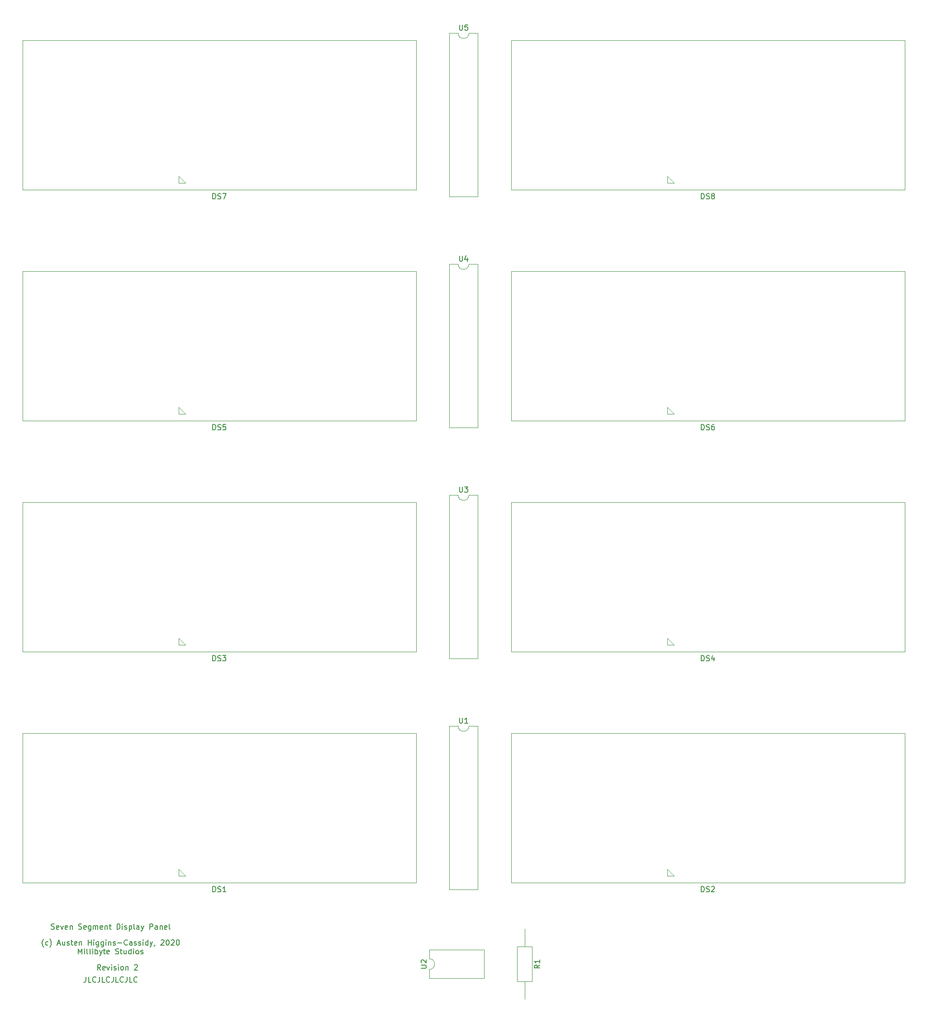
<source format=gbr>
%TF.GenerationSoftware,KiCad,Pcbnew,(5.1.8)-1*%
%TF.CreationDate,2020-12-22T12:57:45-05:00*%
%TF.ProjectId,SSD_Panel,5353445f-5061-46e6-956c-2e6b69636164,rev?*%
%TF.SameCoordinates,Original*%
%TF.FileFunction,Legend,Top*%
%TF.FilePolarity,Positive*%
%FSLAX46Y46*%
G04 Gerber Fmt 4.6, Leading zero omitted, Abs format (unit mm)*
G04 Created by KiCad (PCBNEW (5.1.8)-1) date 2020-12-22 12:57:45*
%MOMM*%
%LPD*%
G01*
G04 APERTURE LIST*
%ADD10C,0.150000*%
%ADD11C,0.120000*%
G04 APERTURE END LIST*
D10*
X33480952Y-194778380D02*
X33480952Y-195492666D01*
X33433333Y-195635523D01*
X33338095Y-195730761D01*
X33195238Y-195778380D01*
X33100000Y-195778380D01*
X34433333Y-195778380D02*
X33957142Y-195778380D01*
X33957142Y-194778380D01*
X35338095Y-195683142D02*
X35290476Y-195730761D01*
X35147619Y-195778380D01*
X35052380Y-195778380D01*
X34909523Y-195730761D01*
X34814285Y-195635523D01*
X34766666Y-195540285D01*
X34719047Y-195349809D01*
X34719047Y-195206952D01*
X34766666Y-195016476D01*
X34814285Y-194921238D01*
X34909523Y-194826000D01*
X35052380Y-194778380D01*
X35147619Y-194778380D01*
X35290476Y-194826000D01*
X35338095Y-194873619D01*
X36052380Y-194778380D02*
X36052380Y-195492666D01*
X36004761Y-195635523D01*
X35909523Y-195730761D01*
X35766666Y-195778380D01*
X35671428Y-195778380D01*
X37004761Y-195778380D02*
X36528571Y-195778380D01*
X36528571Y-194778380D01*
X37909523Y-195683142D02*
X37861904Y-195730761D01*
X37719047Y-195778380D01*
X37623809Y-195778380D01*
X37480952Y-195730761D01*
X37385714Y-195635523D01*
X37338095Y-195540285D01*
X37290476Y-195349809D01*
X37290476Y-195206952D01*
X37338095Y-195016476D01*
X37385714Y-194921238D01*
X37480952Y-194826000D01*
X37623809Y-194778380D01*
X37719047Y-194778380D01*
X37861904Y-194826000D01*
X37909523Y-194873619D01*
X38623809Y-194778380D02*
X38623809Y-195492666D01*
X38576190Y-195635523D01*
X38480952Y-195730761D01*
X38338095Y-195778380D01*
X38242857Y-195778380D01*
X39576190Y-195778380D02*
X39100000Y-195778380D01*
X39100000Y-194778380D01*
X40480952Y-195683142D02*
X40433333Y-195730761D01*
X40290476Y-195778380D01*
X40195238Y-195778380D01*
X40052380Y-195730761D01*
X39957142Y-195635523D01*
X39909523Y-195540285D01*
X39861904Y-195349809D01*
X39861904Y-195206952D01*
X39909523Y-195016476D01*
X39957142Y-194921238D01*
X40052380Y-194826000D01*
X40195238Y-194778380D01*
X40290476Y-194778380D01*
X40433333Y-194826000D01*
X40480952Y-194873619D01*
X41195238Y-194778380D02*
X41195238Y-195492666D01*
X41147619Y-195635523D01*
X41052380Y-195730761D01*
X40909523Y-195778380D01*
X40814285Y-195778380D01*
X42147619Y-195778380D02*
X41671428Y-195778380D01*
X41671428Y-194778380D01*
X43052380Y-195683142D02*
X43004761Y-195730761D01*
X42861904Y-195778380D01*
X42766666Y-195778380D01*
X42623809Y-195730761D01*
X42528571Y-195635523D01*
X42480952Y-195540285D01*
X42433333Y-195349809D01*
X42433333Y-195206952D01*
X42480952Y-195016476D01*
X42528571Y-194921238D01*
X42623809Y-194826000D01*
X42766666Y-194778380D01*
X42861904Y-194778380D01*
X43004761Y-194826000D01*
X43052380Y-194873619D01*
X36227142Y-193492380D02*
X35893809Y-193016190D01*
X35655714Y-193492380D02*
X35655714Y-192492380D01*
X36036666Y-192492380D01*
X36131904Y-192540000D01*
X36179523Y-192587619D01*
X36227142Y-192682857D01*
X36227142Y-192825714D01*
X36179523Y-192920952D01*
X36131904Y-192968571D01*
X36036666Y-193016190D01*
X35655714Y-193016190D01*
X37036666Y-193444761D02*
X36941428Y-193492380D01*
X36750952Y-193492380D01*
X36655714Y-193444761D01*
X36608095Y-193349523D01*
X36608095Y-192968571D01*
X36655714Y-192873333D01*
X36750952Y-192825714D01*
X36941428Y-192825714D01*
X37036666Y-192873333D01*
X37084285Y-192968571D01*
X37084285Y-193063809D01*
X36608095Y-193159047D01*
X37417619Y-192825714D02*
X37655714Y-193492380D01*
X37893809Y-192825714D01*
X38274761Y-193492380D02*
X38274761Y-192825714D01*
X38274761Y-192492380D02*
X38227142Y-192540000D01*
X38274761Y-192587619D01*
X38322380Y-192540000D01*
X38274761Y-192492380D01*
X38274761Y-192587619D01*
X38703333Y-193444761D02*
X38798571Y-193492380D01*
X38989047Y-193492380D01*
X39084285Y-193444761D01*
X39131904Y-193349523D01*
X39131904Y-193301904D01*
X39084285Y-193206666D01*
X38989047Y-193159047D01*
X38846190Y-193159047D01*
X38750952Y-193111428D01*
X38703333Y-193016190D01*
X38703333Y-192968571D01*
X38750952Y-192873333D01*
X38846190Y-192825714D01*
X38989047Y-192825714D01*
X39084285Y-192873333D01*
X39560476Y-193492380D02*
X39560476Y-192825714D01*
X39560476Y-192492380D02*
X39512857Y-192540000D01*
X39560476Y-192587619D01*
X39608095Y-192540000D01*
X39560476Y-192492380D01*
X39560476Y-192587619D01*
X40179523Y-193492380D02*
X40084285Y-193444761D01*
X40036666Y-193397142D01*
X39989047Y-193301904D01*
X39989047Y-193016190D01*
X40036666Y-192920952D01*
X40084285Y-192873333D01*
X40179523Y-192825714D01*
X40322380Y-192825714D01*
X40417619Y-192873333D01*
X40465238Y-192920952D01*
X40512857Y-193016190D01*
X40512857Y-193301904D01*
X40465238Y-193397142D01*
X40417619Y-193444761D01*
X40322380Y-193492380D01*
X40179523Y-193492380D01*
X40941428Y-192825714D02*
X40941428Y-193492380D01*
X40941428Y-192920952D02*
X40989047Y-192873333D01*
X41084285Y-192825714D01*
X41227142Y-192825714D01*
X41322380Y-192873333D01*
X41370000Y-192968571D01*
X41370000Y-193492380D01*
X42560476Y-192587619D02*
X42608095Y-192540000D01*
X42703333Y-192492380D01*
X42941428Y-192492380D01*
X43036666Y-192540000D01*
X43084285Y-192587619D01*
X43131904Y-192682857D01*
X43131904Y-192778095D01*
X43084285Y-192920952D01*
X42512857Y-193492380D01*
X43131904Y-193492380D01*
X25576190Y-189238333D02*
X25528571Y-189190714D01*
X25433333Y-189047857D01*
X25385714Y-188952619D01*
X25338095Y-188809761D01*
X25290476Y-188571666D01*
X25290476Y-188381190D01*
X25338095Y-188143095D01*
X25385714Y-188000238D01*
X25433333Y-187905000D01*
X25528571Y-187762142D01*
X25576190Y-187714523D01*
X26385714Y-188809761D02*
X26290476Y-188857380D01*
X26100000Y-188857380D01*
X26004761Y-188809761D01*
X25957142Y-188762142D01*
X25909523Y-188666904D01*
X25909523Y-188381190D01*
X25957142Y-188285952D01*
X26004761Y-188238333D01*
X26100000Y-188190714D01*
X26290476Y-188190714D01*
X26385714Y-188238333D01*
X26719047Y-189238333D02*
X26766666Y-189190714D01*
X26861904Y-189047857D01*
X26909523Y-188952619D01*
X26957142Y-188809761D01*
X27004761Y-188571666D01*
X27004761Y-188381190D01*
X26957142Y-188143095D01*
X26909523Y-188000238D01*
X26861904Y-187905000D01*
X26766666Y-187762142D01*
X26719047Y-187714523D01*
X28195238Y-188571666D02*
X28671428Y-188571666D01*
X28100000Y-188857380D02*
X28433333Y-187857380D01*
X28766666Y-188857380D01*
X29528571Y-188190714D02*
X29528571Y-188857380D01*
X29100000Y-188190714D02*
X29100000Y-188714523D01*
X29147619Y-188809761D01*
X29242857Y-188857380D01*
X29385714Y-188857380D01*
X29480952Y-188809761D01*
X29528571Y-188762142D01*
X29957142Y-188809761D02*
X30052380Y-188857380D01*
X30242857Y-188857380D01*
X30338095Y-188809761D01*
X30385714Y-188714523D01*
X30385714Y-188666904D01*
X30338095Y-188571666D01*
X30242857Y-188524047D01*
X30100000Y-188524047D01*
X30004761Y-188476428D01*
X29957142Y-188381190D01*
X29957142Y-188333571D01*
X30004761Y-188238333D01*
X30100000Y-188190714D01*
X30242857Y-188190714D01*
X30338095Y-188238333D01*
X30671428Y-188190714D02*
X31052380Y-188190714D01*
X30814285Y-187857380D02*
X30814285Y-188714523D01*
X30861904Y-188809761D01*
X30957142Y-188857380D01*
X31052380Y-188857380D01*
X31766666Y-188809761D02*
X31671428Y-188857380D01*
X31480952Y-188857380D01*
X31385714Y-188809761D01*
X31338095Y-188714523D01*
X31338095Y-188333571D01*
X31385714Y-188238333D01*
X31480952Y-188190714D01*
X31671428Y-188190714D01*
X31766666Y-188238333D01*
X31814285Y-188333571D01*
X31814285Y-188428809D01*
X31338095Y-188524047D01*
X32242857Y-188190714D02*
X32242857Y-188857380D01*
X32242857Y-188285952D02*
X32290476Y-188238333D01*
X32385714Y-188190714D01*
X32528571Y-188190714D01*
X32623809Y-188238333D01*
X32671428Y-188333571D01*
X32671428Y-188857380D01*
X33909523Y-188857380D02*
X33909523Y-187857380D01*
X33909523Y-188333571D02*
X34480952Y-188333571D01*
X34480952Y-188857380D02*
X34480952Y-187857380D01*
X34957142Y-188857380D02*
X34957142Y-188190714D01*
X34957142Y-187857380D02*
X34909523Y-187905000D01*
X34957142Y-187952619D01*
X35004761Y-187905000D01*
X34957142Y-187857380D01*
X34957142Y-187952619D01*
X35861904Y-188190714D02*
X35861904Y-189000238D01*
X35814285Y-189095476D01*
X35766666Y-189143095D01*
X35671428Y-189190714D01*
X35528571Y-189190714D01*
X35433333Y-189143095D01*
X35861904Y-188809761D02*
X35766666Y-188857380D01*
X35576190Y-188857380D01*
X35480952Y-188809761D01*
X35433333Y-188762142D01*
X35385714Y-188666904D01*
X35385714Y-188381190D01*
X35433333Y-188285952D01*
X35480952Y-188238333D01*
X35576190Y-188190714D01*
X35766666Y-188190714D01*
X35861904Y-188238333D01*
X36766666Y-188190714D02*
X36766666Y-189000238D01*
X36719047Y-189095476D01*
X36671428Y-189143095D01*
X36576190Y-189190714D01*
X36433333Y-189190714D01*
X36338095Y-189143095D01*
X36766666Y-188809761D02*
X36671428Y-188857380D01*
X36480952Y-188857380D01*
X36385714Y-188809761D01*
X36338095Y-188762142D01*
X36290476Y-188666904D01*
X36290476Y-188381190D01*
X36338095Y-188285952D01*
X36385714Y-188238333D01*
X36480952Y-188190714D01*
X36671428Y-188190714D01*
X36766666Y-188238333D01*
X37242857Y-188857380D02*
X37242857Y-188190714D01*
X37242857Y-187857380D02*
X37195238Y-187905000D01*
X37242857Y-187952619D01*
X37290476Y-187905000D01*
X37242857Y-187857380D01*
X37242857Y-187952619D01*
X37719047Y-188190714D02*
X37719047Y-188857380D01*
X37719047Y-188285952D02*
X37766666Y-188238333D01*
X37861904Y-188190714D01*
X38004761Y-188190714D01*
X38100000Y-188238333D01*
X38147619Y-188333571D01*
X38147619Y-188857380D01*
X38576190Y-188809761D02*
X38671428Y-188857380D01*
X38861904Y-188857380D01*
X38957142Y-188809761D01*
X39004761Y-188714523D01*
X39004761Y-188666904D01*
X38957142Y-188571666D01*
X38861904Y-188524047D01*
X38719047Y-188524047D01*
X38623809Y-188476428D01*
X38576190Y-188381190D01*
X38576190Y-188333571D01*
X38623809Y-188238333D01*
X38719047Y-188190714D01*
X38861904Y-188190714D01*
X38957142Y-188238333D01*
X39433333Y-188476428D02*
X40195238Y-188476428D01*
X41242857Y-188762142D02*
X41195238Y-188809761D01*
X41052380Y-188857380D01*
X40957142Y-188857380D01*
X40814285Y-188809761D01*
X40719047Y-188714523D01*
X40671428Y-188619285D01*
X40623809Y-188428809D01*
X40623809Y-188285952D01*
X40671428Y-188095476D01*
X40719047Y-188000238D01*
X40814285Y-187905000D01*
X40957142Y-187857380D01*
X41052380Y-187857380D01*
X41195238Y-187905000D01*
X41242857Y-187952619D01*
X42100000Y-188857380D02*
X42100000Y-188333571D01*
X42052380Y-188238333D01*
X41957142Y-188190714D01*
X41766666Y-188190714D01*
X41671428Y-188238333D01*
X42100000Y-188809761D02*
X42004761Y-188857380D01*
X41766666Y-188857380D01*
X41671428Y-188809761D01*
X41623809Y-188714523D01*
X41623809Y-188619285D01*
X41671428Y-188524047D01*
X41766666Y-188476428D01*
X42004761Y-188476428D01*
X42100000Y-188428809D01*
X42528571Y-188809761D02*
X42623809Y-188857380D01*
X42814285Y-188857380D01*
X42909523Y-188809761D01*
X42957142Y-188714523D01*
X42957142Y-188666904D01*
X42909523Y-188571666D01*
X42814285Y-188524047D01*
X42671428Y-188524047D01*
X42576190Y-188476428D01*
X42528571Y-188381190D01*
X42528571Y-188333571D01*
X42576190Y-188238333D01*
X42671428Y-188190714D01*
X42814285Y-188190714D01*
X42909523Y-188238333D01*
X43338095Y-188809761D02*
X43433333Y-188857380D01*
X43623809Y-188857380D01*
X43719047Y-188809761D01*
X43766666Y-188714523D01*
X43766666Y-188666904D01*
X43719047Y-188571666D01*
X43623809Y-188524047D01*
X43480952Y-188524047D01*
X43385714Y-188476428D01*
X43338095Y-188381190D01*
X43338095Y-188333571D01*
X43385714Y-188238333D01*
X43480952Y-188190714D01*
X43623809Y-188190714D01*
X43719047Y-188238333D01*
X44195238Y-188857380D02*
X44195238Y-188190714D01*
X44195238Y-187857380D02*
X44147619Y-187905000D01*
X44195238Y-187952619D01*
X44242857Y-187905000D01*
X44195238Y-187857380D01*
X44195238Y-187952619D01*
X45100000Y-188857380D02*
X45100000Y-187857380D01*
X45100000Y-188809761D02*
X45004761Y-188857380D01*
X44814285Y-188857380D01*
X44719047Y-188809761D01*
X44671428Y-188762142D01*
X44623809Y-188666904D01*
X44623809Y-188381190D01*
X44671428Y-188285952D01*
X44719047Y-188238333D01*
X44814285Y-188190714D01*
X45004761Y-188190714D01*
X45100000Y-188238333D01*
X45480952Y-188190714D02*
X45719047Y-188857380D01*
X45957142Y-188190714D02*
X45719047Y-188857380D01*
X45623809Y-189095476D01*
X45576190Y-189143095D01*
X45480952Y-189190714D01*
X46385714Y-188809761D02*
X46385714Y-188857380D01*
X46338095Y-188952619D01*
X46290476Y-189000238D01*
X47528571Y-187952619D02*
X47576190Y-187905000D01*
X47671428Y-187857380D01*
X47909523Y-187857380D01*
X48004761Y-187905000D01*
X48052380Y-187952619D01*
X48100000Y-188047857D01*
X48100000Y-188143095D01*
X48052380Y-188285952D01*
X47480952Y-188857380D01*
X48100000Y-188857380D01*
X48719047Y-187857380D02*
X48814285Y-187857380D01*
X48909523Y-187905000D01*
X48957142Y-187952619D01*
X49004761Y-188047857D01*
X49052380Y-188238333D01*
X49052380Y-188476428D01*
X49004761Y-188666904D01*
X48957142Y-188762142D01*
X48909523Y-188809761D01*
X48814285Y-188857380D01*
X48719047Y-188857380D01*
X48623809Y-188809761D01*
X48576190Y-188762142D01*
X48528571Y-188666904D01*
X48480952Y-188476428D01*
X48480952Y-188238333D01*
X48528571Y-188047857D01*
X48576190Y-187952619D01*
X48623809Y-187905000D01*
X48719047Y-187857380D01*
X49433333Y-187952619D02*
X49480952Y-187905000D01*
X49576190Y-187857380D01*
X49814285Y-187857380D01*
X49909523Y-187905000D01*
X49957142Y-187952619D01*
X50004761Y-188047857D01*
X50004761Y-188143095D01*
X49957142Y-188285952D01*
X49385714Y-188857380D01*
X50004761Y-188857380D01*
X50623809Y-187857380D02*
X50719047Y-187857380D01*
X50814285Y-187905000D01*
X50861904Y-187952619D01*
X50909523Y-188047857D01*
X50957142Y-188238333D01*
X50957142Y-188476428D01*
X50909523Y-188666904D01*
X50861904Y-188762142D01*
X50814285Y-188809761D01*
X50719047Y-188857380D01*
X50623809Y-188857380D01*
X50528571Y-188809761D01*
X50480952Y-188762142D01*
X50433333Y-188666904D01*
X50385714Y-188476428D01*
X50385714Y-188238333D01*
X50433333Y-188047857D01*
X50480952Y-187952619D01*
X50528571Y-187905000D01*
X50623809Y-187857380D01*
X32076190Y-190507380D02*
X32076190Y-189507380D01*
X32409523Y-190221666D01*
X32742857Y-189507380D01*
X32742857Y-190507380D01*
X33219047Y-190507380D02*
X33219047Y-189840714D01*
X33219047Y-189507380D02*
X33171428Y-189555000D01*
X33219047Y-189602619D01*
X33266666Y-189555000D01*
X33219047Y-189507380D01*
X33219047Y-189602619D01*
X33838095Y-190507380D02*
X33742857Y-190459761D01*
X33695238Y-190364523D01*
X33695238Y-189507380D01*
X34361904Y-190507380D02*
X34266666Y-190459761D01*
X34219047Y-190364523D01*
X34219047Y-189507380D01*
X34742857Y-190507380D02*
X34742857Y-189840714D01*
X34742857Y-189507380D02*
X34695238Y-189555000D01*
X34742857Y-189602619D01*
X34790476Y-189555000D01*
X34742857Y-189507380D01*
X34742857Y-189602619D01*
X35219047Y-190507380D02*
X35219047Y-189507380D01*
X35219047Y-189888333D02*
X35314285Y-189840714D01*
X35504761Y-189840714D01*
X35600000Y-189888333D01*
X35647619Y-189935952D01*
X35695238Y-190031190D01*
X35695238Y-190316904D01*
X35647619Y-190412142D01*
X35600000Y-190459761D01*
X35504761Y-190507380D01*
X35314285Y-190507380D01*
X35219047Y-190459761D01*
X36028571Y-189840714D02*
X36266666Y-190507380D01*
X36504761Y-189840714D02*
X36266666Y-190507380D01*
X36171428Y-190745476D01*
X36123809Y-190793095D01*
X36028571Y-190840714D01*
X36742857Y-189840714D02*
X37123809Y-189840714D01*
X36885714Y-189507380D02*
X36885714Y-190364523D01*
X36933333Y-190459761D01*
X37028571Y-190507380D01*
X37123809Y-190507380D01*
X37838095Y-190459761D02*
X37742857Y-190507380D01*
X37552380Y-190507380D01*
X37457142Y-190459761D01*
X37409523Y-190364523D01*
X37409523Y-189983571D01*
X37457142Y-189888333D01*
X37552380Y-189840714D01*
X37742857Y-189840714D01*
X37838095Y-189888333D01*
X37885714Y-189983571D01*
X37885714Y-190078809D01*
X37409523Y-190174047D01*
X39028571Y-190459761D02*
X39171428Y-190507380D01*
X39409523Y-190507380D01*
X39504761Y-190459761D01*
X39552380Y-190412142D01*
X39600000Y-190316904D01*
X39600000Y-190221666D01*
X39552380Y-190126428D01*
X39504761Y-190078809D01*
X39409523Y-190031190D01*
X39219047Y-189983571D01*
X39123809Y-189935952D01*
X39076190Y-189888333D01*
X39028571Y-189793095D01*
X39028571Y-189697857D01*
X39076190Y-189602619D01*
X39123809Y-189555000D01*
X39219047Y-189507380D01*
X39457142Y-189507380D01*
X39600000Y-189555000D01*
X39885714Y-189840714D02*
X40266666Y-189840714D01*
X40028571Y-189507380D02*
X40028571Y-190364523D01*
X40076190Y-190459761D01*
X40171428Y-190507380D01*
X40266666Y-190507380D01*
X41028571Y-189840714D02*
X41028571Y-190507380D01*
X40600000Y-189840714D02*
X40600000Y-190364523D01*
X40647619Y-190459761D01*
X40742857Y-190507380D01*
X40885714Y-190507380D01*
X40980952Y-190459761D01*
X41028571Y-190412142D01*
X41933333Y-190507380D02*
X41933333Y-189507380D01*
X41933333Y-190459761D02*
X41838095Y-190507380D01*
X41647619Y-190507380D01*
X41552380Y-190459761D01*
X41504761Y-190412142D01*
X41457142Y-190316904D01*
X41457142Y-190031190D01*
X41504761Y-189935952D01*
X41552380Y-189888333D01*
X41647619Y-189840714D01*
X41838095Y-189840714D01*
X41933333Y-189888333D01*
X42409523Y-190507380D02*
X42409523Y-189840714D01*
X42409523Y-189507380D02*
X42361904Y-189555000D01*
X42409523Y-189602619D01*
X42457142Y-189555000D01*
X42409523Y-189507380D01*
X42409523Y-189602619D01*
X43028571Y-190507380D02*
X42933333Y-190459761D01*
X42885714Y-190412142D01*
X42838095Y-190316904D01*
X42838095Y-190031190D01*
X42885714Y-189935952D01*
X42933333Y-189888333D01*
X43028571Y-189840714D01*
X43171428Y-189840714D01*
X43266666Y-189888333D01*
X43314285Y-189935952D01*
X43361904Y-190031190D01*
X43361904Y-190316904D01*
X43314285Y-190412142D01*
X43266666Y-190459761D01*
X43171428Y-190507380D01*
X43028571Y-190507380D01*
X43742857Y-190459761D02*
X43838095Y-190507380D01*
X44028571Y-190507380D01*
X44123809Y-190459761D01*
X44171428Y-190364523D01*
X44171428Y-190316904D01*
X44123809Y-190221666D01*
X44028571Y-190174047D01*
X43885714Y-190174047D01*
X43790476Y-190126428D01*
X43742857Y-190031190D01*
X43742857Y-189983571D01*
X43790476Y-189888333D01*
X43885714Y-189840714D01*
X44028571Y-189840714D01*
X44123809Y-189888333D01*
X27004761Y-185824761D02*
X27147619Y-185872380D01*
X27385714Y-185872380D01*
X27480952Y-185824761D01*
X27528571Y-185777142D01*
X27576190Y-185681904D01*
X27576190Y-185586666D01*
X27528571Y-185491428D01*
X27480952Y-185443809D01*
X27385714Y-185396190D01*
X27195238Y-185348571D01*
X27099999Y-185300952D01*
X27052380Y-185253333D01*
X27004761Y-185158095D01*
X27004761Y-185062857D01*
X27052380Y-184967619D01*
X27099999Y-184920000D01*
X27195238Y-184872380D01*
X27433333Y-184872380D01*
X27576190Y-184920000D01*
X28385714Y-185824761D02*
X28290476Y-185872380D01*
X28099999Y-185872380D01*
X28004761Y-185824761D01*
X27957142Y-185729523D01*
X27957142Y-185348571D01*
X28004761Y-185253333D01*
X28099999Y-185205714D01*
X28290476Y-185205714D01*
X28385714Y-185253333D01*
X28433333Y-185348571D01*
X28433333Y-185443809D01*
X27957142Y-185539047D01*
X28766666Y-185205714D02*
X29004761Y-185872380D01*
X29242857Y-185205714D01*
X30004761Y-185824761D02*
X29909523Y-185872380D01*
X29719047Y-185872380D01*
X29623809Y-185824761D01*
X29576190Y-185729523D01*
X29576190Y-185348571D01*
X29623809Y-185253333D01*
X29719047Y-185205714D01*
X29909523Y-185205714D01*
X30004761Y-185253333D01*
X30052380Y-185348571D01*
X30052380Y-185443809D01*
X29576190Y-185539047D01*
X30480952Y-185205714D02*
X30480952Y-185872380D01*
X30480952Y-185300952D02*
X30528571Y-185253333D01*
X30623809Y-185205714D01*
X30766666Y-185205714D01*
X30861904Y-185253333D01*
X30909523Y-185348571D01*
X30909523Y-185872380D01*
X32099999Y-185824761D02*
X32242857Y-185872380D01*
X32480952Y-185872380D01*
X32576190Y-185824761D01*
X32623809Y-185777142D01*
X32671428Y-185681904D01*
X32671428Y-185586666D01*
X32623809Y-185491428D01*
X32576190Y-185443809D01*
X32480952Y-185396190D01*
X32290476Y-185348571D01*
X32195238Y-185300952D01*
X32147619Y-185253333D01*
X32099999Y-185158095D01*
X32099999Y-185062857D01*
X32147619Y-184967619D01*
X32195238Y-184920000D01*
X32290476Y-184872380D01*
X32528571Y-184872380D01*
X32671428Y-184920000D01*
X33480952Y-185824761D02*
X33385714Y-185872380D01*
X33195238Y-185872380D01*
X33099999Y-185824761D01*
X33052380Y-185729523D01*
X33052380Y-185348571D01*
X33099999Y-185253333D01*
X33195238Y-185205714D01*
X33385714Y-185205714D01*
X33480952Y-185253333D01*
X33528571Y-185348571D01*
X33528571Y-185443809D01*
X33052380Y-185539047D01*
X34385714Y-185205714D02*
X34385714Y-186015238D01*
X34338095Y-186110476D01*
X34290476Y-186158095D01*
X34195238Y-186205714D01*
X34052380Y-186205714D01*
X33957142Y-186158095D01*
X34385714Y-185824761D02*
X34290476Y-185872380D01*
X34099999Y-185872380D01*
X34004761Y-185824761D01*
X33957142Y-185777142D01*
X33909523Y-185681904D01*
X33909523Y-185396190D01*
X33957142Y-185300952D01*
X34004761Y-185253333D01*
X34099999Y-185205714D01*
X34290476Y-185205714D01*
X34385714Y-185253333D01*
X34861904Y-185872380D02*
X34861904Y-185205714D01*
X34861904Y-185300952D02*
X34909523Y-185253333D01*
X35004761Y-185205714D01*
X35147619Y-185205714D01*
X35242857Y-185253333D01*
X35290476Y-185348571D01*
X35290476Y-185872380D01*
X35290476Y-185348571D02*
X35338095Y-185253333D01*
X35433333Y-185205714D01*
X35576190Y-185205714D01*
X35671428Y-185253333D01*
X35719047Y-185348571D01*
X35719047Y-185872380D01*
X36576190Y-185824761D02*
X36480952Y-185872380D01*
X36290476Y-185872380D01*
X36195238Y-185824761D01*
X36147619Y-185729523D01*
X36147619Y-185348571D01*
X36195238Y-185253333D01*
X36290476Y-185205714D01*
X36480952Y-185205714D01*
X36576190Y-185253333D01*
X36623809Y-185348571D01*
X36623809Y-185443809D01*
X36147619Y-185539047D01*
X37052380Y-185205714D02*
X37052380Y-185872380D01*
X37052380Y-185300952D02*
X37099999Y-185253333D01*
X37195238Y-185205714D01*
X37338095Y-185205714D01*
X37433333Y-185253333D01*
X37480952Y-185348571D01*
X37480952Y-185872380D01*
X37814285Y-185205714D02*
X38195238Y-185205714D01*
X37957142Y-184872380D02*
X37957142Y-185729523D01*
X38004761Y-185824761D01*
X38099999Y-185872380D01*
X38195238Y-185872380D01*
X39290476Y-185872380D02*
X39290476Y-184872380D01*
X39528571Y-184872380D01*
X39671428Y-184920000D01*
X39766666Y-185015238D01*
X39814285Y-185110476D01*
X39861904Y-185300952D01*
X39861904Y-185443809D01*
X39814285Y-185634285D01*
X39766666Y-185729523D01*
X39671428Y-185824761D01*
X39528571Y-185872380D01*
X39290476Y-185872380D01*
X40290476Y-185872380D02*
X40290476Y-185205714D01*
X40290476Y-184872380D02*
X40242857Y-184920000D01*
X40290476Y-184967619D01*
X40338095Y-184920000D01*
X40290476Y-184872380D01*
X40290476Y-184967619D01*
X40719047Y-185824761D02*
X40814285Y-185872380D01*
X41004761Y-185872380D01*
X41099999Y-185824761D01*
X41147619Y-185729523D01*
X41147619Y-185681904D01*
X41099999Y-185586666D01*
X41004761Y-185539047D01*
X40861904Y-185539047D01*
X40766666Y-185491428D01*
X40719047Y-185396190D01*
X40719047Y-185348571D01*
X40766666Y-185253333D01*
X40861904Y-185205714D01*
X41004761Y-185205714D01*
X41099999Y-185253333D01*
X41576190Y-185205714D02*
X41576190Y-186205714D01*
X41576190Y-185253333D02*
X41671428Y-185205714D01*
X41861904Y-185205714D01*
X41957142Y-185253333D01*
X42004761Y-185300952D01*
X42052380Y-185396190D01*
X42052380Y-185681904D01*
X42004761Y-185777142D01*
X41957142Y-185824761D01*
X41861904Y-185872380D01*
X41671428Y-185872380D01*
X41576190Y-185824761D01*
X42623809Y-185872380D02*
X42528571Y-185824761D01*
X42480952Y-185729523D01*
X42480952Y-184872380D01*
X43433333Y-185872380D02*
X43433333Y-185348571D01*
X43385714Y-185253333D01*
X43290476Y-185205714D01*
X43099999Y-185205714D01*
X43004761Y-185253333D01*
X43433333Y-185824761D02*
X43338095Y-185872380D01*
X43099999Y-185872380D01*
X43004761Y-185824761D01*
X42957142Y-185729523D01*
X42957142Y-185634285D01*
X43004761Y-185539047D01*
X43099999Y-185491428D01*
X43338095Y-185491428D01*
X43433333Y-185443809D01*
X43814285Y-185205714D02*
X44052380Y-185872380D01*
X44290476Y-185205714D02*
X44052380Y-185872380D01*
X43957142Y-186110476D01*
X43909523Y-186158095D01*
X43814285Y-186205714D01*
X45433333Y-185872380D02*
X45433333Y-184872380D01*
X45814285Y-184872380D01*
X45909523Y-184920000D01*
X45957142Y-184967619D01*
X46004761Y-185062857D01*
X46004761Y-185205714D01*
X45957142Y-185300952D01*
X45909523Y-185348571D01*
X45814285Y-185396190D01*
X45433333Y-185396190D01*
X46861904Y-185872380D02*
X46861904Y-185348571D01*
X46814285Y-185253333D01*
X46719047Y-185205714D01*
X46528571Y-185205714D01*
X46433333Y-185253333D01*
X46861904Y-185824761D02*
X46766666Y-185872380D01*
X46528571Y-185872380D01*
X46433333Y-185824761D01*
X46385714Y-185729523D01*
X46385714Y-185634285D01*
X46433333Y-185539047D01*
X46528571Y-185491428D01*
X46766666Y-185491428D01*
X46861904Y-185443809D01*
X47338095Y-185205714D02*
X47338095Y-185872380D01*
X47338095Y-185300952D02*
X47385714Y-185253333D01*
X47480952Y-185205714D01*
X47623809Y-185205714D01*
X47719047Y-185253333D01*
X47766666Y-185348571D01*
X47766666Y-185872380D01*
X48623809Y-185824761D02*
X48528571Y-185872380D01*
X48338095Y-185872380D01*
X48242857Y-185824761D01*
X48195238Y-185729523D01*
X48195238Y-185348571D01*
X48242857Y-185253333D01*
X48338095Y-185205714D01*
X48528571Y-185205714D01*
X48623809Y-185253333D01*
X48671428Y-185348571D01*
X48671428Y-185443809D01*
X48195238Y-185539047D01*
X49242857Y-185872380D02*
X49147619Y-185824761D01*
X49099999Y-185729523D01*
X49099999Y-184872380D01*
D11*
%TO.C,U2*%
X97730000Y-191405000D02*
G75*
G02*
X97730000Y-193405000I0J-1000000D01*
G01*
X97730000Y-193405000D02*
X97730000Y-195055000D01*
X97730000Y-195055000D02*
X108010000Y-195055000D01*
X108010000Y-195055000D02*
X108010000Y-189755000D01*
X108010000Y-189755000D02*
X97730000Y-189755000D01*
X97730000Y-189755000D02*
X97730000Y-191405000D01*
%TO.C,DS1*%
X52070000Y-175895000D02*
X50800000Y-174625000D01*
X50800000Y-175895000D02*
X52070000Y-175895000D01*
X50800000Y-174625000D02*
X50800000Y-175895000D01*
X21590000Y-149225000D02*
X21590000Y-177165000D01*
X21590000Y-149225000D02*
X95250000Y-149225000D01*
X95250000Y-149225000D02*
X95250000Y-177165000D01*
X95250000Y-177165000D02*
X21590000Y-177165000D01*
%TO.C,U1*%
X103140000Y-147895000D02*
X101490000Y-147895000D01*
X101490000Y-147895000D02*
X101490000Y-178495000D01*
X101490000Y-178495000D02*
X106790000Y-178495000D01*
X106790000Y-178495000D02*
X106790000Y-147895000D01*
X106790000Y-147895000D02*
X105140000Y-147895000D01*
X105140000Y-147895000D02*
G75*
G02*
X103140000Y-147895000I-1000000J0D01*
G01*
%TO.C,DS2*%
X143510000Y-175895000D02*
X142240000Y-174625000D01*
X142240000Y-175895000D02*
X143510000Y-175895000D01*
X142240000Y-174625000D02*
X142240000Y-175895000D01*
X113030000Y-149225000D02*
X113030000Y-177165000D01*
X113030000Y-149225000D02*
X186690000Y-149225000D01*
X186690000Y-149225000D02*
X186690000Y-177165000D01*
X186690000Y-177165000D02*
X113030000Y-177165000D01*
%TO.C,DS7*%
X52070000Y-46355000D02*
X50800000Y-45085000D01*
X50800000Y-46355000D02*
X52070000Y-46355000D01*
X50800000Y-45085000D02*
X50800000Y-46355000D01*
X21590000Y-19685000D02*
X21590000Y-47625000D01*
X21590000Y-19685000D02*
X95250000Y-19685000D01*
X95250000Y-19685000D02*
X95250000Y-47625000D01*
X95250000Y-47625000D02*
X21590000Y-47625000D01*
%TO.C,U5*%
X103140000Y-18355000D02*
X101490000Y-18355000D01*
X101490000Y-18355000D02*
X101490000Y-48955000D01*
X101490000Y-48955000D02*
X106790000Y-48955000D01*
X106790000Y-48955000D02*
X106790000Y-18355000D01*
X106790000Y-18355000D02*
X105140000Y-18355000D01*
X105140000Y-18355000D02*
G75*
G02*
X103140000Y-18355000I-1000000J0D01*
G01*
%TO.C,DS8*%
X143510000Y-46355000D02*
X142240000Y-45085000D01*
X142240000Y-46355000D02*
X143510000Y-46355000D01*
X142240000Y-45085000D02*
X142240000Y-46355000D01*
X113030000Y-19685000D02*
X113030000Y-47625000D01*
X113030000Y-19685000D02*
X186690000Y-19685000D01*
X186690000Y-19685000D02*
X186690000Y-47625000D01*
X186690000Y-47625000D02*
X113030000Y-47625000D01*
%TO.C,DS5*%
X52070000Y-89535000D02*
X50800000Y-88265000D01*
X50800000Y-89535000D02*
X52070000Y-89535000D01*
X50800000Y-88265000D02*
X50800000Y-89535000D01*
X21590000Y-62865000D02*
X21590000Y-90805000D01*
X21590000Y-62865000D02*
X95250000Y-62865000D01*
X95250000Y-62865000D02*
X95250000Y-90805000D01*
X95250000Y-90805000D02*
X21590000Y-90805000D01*
%TO.C,U4*%
X103140000Y-61535000D02*
X101490000Y-61535000D01*
X101490000Y-61535000D02*
X101490000Y-92135000D01*
X101490000Y-92135000D02*
X106790000Y-92135000D01*
X106790000Y-92135000D02*
X106790000Y-61535000D01*
X106790000Y-61535000D02*
X105140000Y-61535000D01*
X105140000Y-61535000D02*
G75*
G02*
X103140000Y-61535000I-1000000J0D01*
G01*
%TO.C,DS6*%
X143510000Y-89535000D02*
X142240000Y-88265000D01*
X142240000Y-89535000D02*
X143510000Y-89535000D01*
X142240000Y-88265000D02*
X142240000Y-89535000D01*
X113030000Y-62865000D02*
X113030000Y-90805000D01*
X113030000Y-62865000D02*
X186690000Y-62865000D01*
X186690000Y-62865000D02*
X186690000Y-90805000D01*
X186690000Y-90805000D02*
X113030000Y-90805000D01*
%TO.C,DS3*%
X52070000Y-132715000D02*
X50800000Y-131445000D01*
X50800000Y-132715000D02*
X52070000Y-132715000D01*
X50800000Y-131445000D02*
X50800000Y-132715000D01*
X21590000Y-106045000D02*
X21590000Y-133985000D01*
X21590000Y-106045000D02*
X95250000Y-106045000D01*
X95250000Y-106045000D02*
X95250000Y-133985000D01*
X95250000Y-133985000D02*
X21590000Y-133985000D01*
%TO.C,U3*%
X103140000Y-104715000D02*
X101490000Y-104715000D01*
X101490000Y-104715000D02*
X101490000Y-135315000D01*
X101490000Y-135315000D02*
X106790000Y-135315000D01*
X106790000Y-135315000D02*
X106790000Y-104715000D01*
X106790000Y-104715000D02*
X105140000Y-104715000D01*
X105140000Y-104715000D02*
G75*
G02*
X103140000Y-104715000I-1000000J0D01*
G01*
%TO.C,DS4*%
X143510000Y-132715000D02*
X142240000Y-131445000D01*
X142240000Y-132715000D02*
X143510000Y-132715000D01*
X142240000Y-131445000D02*
X142240000Y-132715000D01*
X113030000Y-106045000D02*
X113030000Y-133985000D01*
X113030000Y-106045000D02*
X186690000Y-106045000D01*
X186690000Y-106045000D02*
X186690000Y-133985000D01*
X186690000Y-133985000D02*
X113030000Y-133985000D01*
%TO.C,R1*%
X116940000Y-189135000D02*
X114200000Y-189135000D01*
X114200000Y-189135000D02*
X114200000Y-195675000D01*
X114200000Y-195675000D02*
X116940000Y-195675000D01*
X116940000Y-195675000D02*
X116940000Y-189135000D01*
X115570000Y-185825000D02*
X115570000Y-189135000D01*
X115570000Y-198985000D02*
X115570000Y-195675000D01*
%TO.C,U2*%
D10*
X96182380Y-193166904D02*
X96991904Y-193166904D01*
X97087142Y-193119285D01*
X97134761Y-193071666D01*
X97182380Y-192976428D01*
X97182380Y-192785952D01*
X97134761Y-192690714D01*
X97087142Y-192643095D01*
X96991904Y-192595476D01*
X96182380Y-192595476D01*
X96277619Y-192166904D02*
X96230000Y-192119285D01*
X96182380Y-192024047D01*
X96182380Y-191785952D01*
X96230000Y-191690714D01*
X96277619Y-191643095D01*
X96372857Y-191595476D01*
X96468095Y-191595476D01*
X96610952Y-191643095D01*
X97182380Y-192214523D01*
X97182380Y-191595476D01*
%TO.C,DS1*%
X57205714Y-178887380D02*
X57205714Y-177887380D01*
X57443809Y-177887380D01*
X57586666Y-177935000D01*
X57681904Y-178030238D01*
X57729523Y-178125476D01*
X57777142Y-178315952D01*
X57777142Y-178458809D01*
X57729523Y-178649285D01*
X57681904Y-178744523D01*
X57586666Y-178839761D01*
X57443809Y-178887380D01*
X57205714Y-178887380D01*
X58158095Y-178839761D02*
X58300952Y-178887380D01*
X58539047Y-178887380D01*
X58634285Y-178839761D01*
X58681904Y-178792142D01*
X58729523Y-178696904D01*
X58729523Y-178601666D01*
X58681904Y-178506428D01*
X58634285Y-178458809D01*
X58539047Y-178411190D01*
X58348571Y-178363571D01*
X58253333Y-178315952D01*
X58205714Y-178268333D01*
X58158095Y-178173095D01*
X58158095Y-178077857D01*
X58205714Y-177982619D01*
X58253333Y-177935000D01*
X58348571Y-177887380D01*
X58586666Y-177887380D01*
X58729523Y-177935000D01*
X59681904Y-178887380D02*
X59110476Y-178887380D01*
X59396190Y-178887380D02*
X59396190Y-177887380D01*
X59300952Y-178030238D01*
X59205714Y-178125476D01*
X59110476Y-178173095D01*
%TO.C,U1*%
X103378095Y-146347380D02*
X103378095Y-147156904D01*
X103425714Y-147252142D01*
X103473333Y-147299761D01*
X103568571Y-147347380D01*
X103759047Y-147347380D01*
X103854285Y-147299761D01*
X103901904Y-147252142D01*
X103949523Y-147156904D01*
X103949523Y-146347380D01*
X104949523Y-147347380D02*
X104378095Y-147347380D01*
X104663809Y-147347380D02*
X104663809Y-146347380D01*
X104568571Y-146490238D01*
X104473333Y-146585476D01*
X104378095Y-146633095D01*
%TO.C,DS2*%
X148645714Y-178887380D02*
X148645714Y-177887380D01*
X148883809Y-177887380D01*
X149026666Y-177935000D01*
X149121904Y-178030238D01*
X149169523Y-178125476D01*
X149217142Y-178315952D01*
X149217142Y-178458809D01*
X149169523Y-178649285D01*
X149121904Y-178744523D01*
X149026666Y-178839761D01*
X148883809Y-178887380D01*
X148645714Y-178887380D01*
X149598095Y-178839761D02*
X149740952Y-178887380D01*
X149979047Y-178887380D01*
X150074285Y-178839761D01*
X150121904Y-178792142D01*
X150169523Y-178696904D01*
X150169523Y-178601666D01*
X150121904Y-178506428D01*
X150074285Y-178458809D01*
X149979047Y-178411190D01*
X149788571Y-178363571D01*
X149693333Y-178315952D01*
X149645714Y-178268333D01*
X149598095Y-178173095D01*
X149598095Y-178077857D01*
X149645714Y-177982619D01*
X149693333Y-177935000D01*
X149788571Y-177887380D01*
X150026666Y-177887380D01*
X150169523Y-177935000D01*
X150550476Y-177982619D02*
X150598095Y-177935000D01*
X150693333Y-177887380D01*
X150931428Y-177887380D01*
X151026666Y-177935000D01*
X151074285Y-177982619D01*
X151121904Y-178077857D01*
X151121904Y-178173095D01*
X151074285Y-178315952D01*
X150502857Y-178887380D01*
X151121904Y-178887380D01*
%TO.C,DS7*%
X57205714Y-49347380D02*
X57205714Y-48347380D01*
X57443809Y-48347380D01*
X57586666Y-48395000D01*
X57681904Y-48490238D01*
X57729523Y-48585476D01*
X57777142Y-48775952D01*
X57777142Y-48918809D01*
X57729523Y-49109285D01*
X57681904Y-49204523D01*
X57586666Y-49299761D01*
X57443809Y-49347380D01*
X57205714Y-49347380D01*
X58158095Y-49299761D02*
X58300952Y-49347380D01*
X58539047Y-49347380D01*
X58634285Y-49299761D01*
X58681904Y-49252142D01*
X58729523Y-49156904D01*
X58729523Y-49061666D01*
X58681904Y-48966428D01*
X58634285Y-48918809D01*
X58539047Y-48871190D01*
X58348571Y-48823571D01*
X58253333Y-48775952D01*
X58205714Y-48728333D01*
X58158095Y-48633095D01*
X58158095Y-48537857D01*
X58205714Y-48442619D01*
X58253333Y-48395000D01*
X58348571Y-48347380D01*
X58586666Y-48347380D01*
X58729523Y-48395000D01*
X59062857Y-48347380D02*
X59729523Y-48347380D01*
X59300952Y-49347380D01*
%TO.C,U5*%
X103378095Y-16807380D02*
X103378095Y-17616904D01*
X103425714Y-17712142D01*
X103473333Y-17759761D01*
X103568571Y-17807380D01*
X103759047Y-17807380D01*
X103854285Y-17759761D01*
X103901904Y-17712142D01*
X103949523Y-17616904D01*
X103949523Y-16807380D01*
X104901904Y-16807380D02*
X104425714Y-16807380D01*
X104378095Y-17283571D01*
X104425714Y-17235952D01*
X104520952Y-17188333D01*
X104759047Y-17188333D01*
X104854285Y-17235952D01*
X104901904Y-17283571D01*
X104949523Y-17378809D01*
X104949523Y-17616904D01*
X104901904Y-17712142D01*
X104854285Y-17759761D01*
X104759047Y-17807380D01*
X104520952Y-17807380D01*
X104425714Y-17759761D01*
X104378095Y-17712142D01*
%TO.C,DS8*%
X148645714Y-49347380D02*
X148645714Y-48347380D01*
X148883809Y-48347380D01*
X149026666Y-48395000D01*
X149121904Y-48490238D01*
X149169523Y-48585476D01*
X149217142Y-48775952D01*
X149217142Y-48918809D01*
X149169523Y-49109285D01*
X149121904Y-49204523D01*
X149026666Y-49299761D01*
X148883809Y-49347380D01*
X148645714Y-49347380D01*
X149598095Y-49299761D02*
X149740952Y-49347380D01*
X149979047Y-49347380D01*
X150074285Y-49299761D01*
X150121904Y-49252142D01*
X150169523Y-49156904D01*
X150169523Y-49061666D01*
X150121904Y-48966428D01*
X150074285Y-48918809D01*
X149979047Y-48871190D01*
X149788571Y-48823571D01*
X149693333Y-48775952D01*
X149645714Y-48728333D01*
X149598095Y-48633095D01*
X149598095Y-48537857D01*
X149645714Y-48442619D01*
X149693333Y-48395000D01*
X149788571Y-48347380D01*
X150026666Y-48347380D01*
X150169523Y-48395000D01*
X150740952Y-48775952D02*
X150645714Y-48728333D01*
X150598095Y-48680714D01*
X150550476Y-48585476D01*
X150550476Y-48537857D01*
X150598095Y-48442619D01*
X150645714Y-48395000D01*
X150740952Y-48347380D01*
X150931428Y-48347380D01*
X151026666Y-48395000D01*
X151074285Y-48442619D01*
X151121904Y-48537857D01*
X151121904Y-48585476D01*
X151074285Y-48680714D01*
X151026666Y-48728333D01*
X150931428Y-48775952D01*
X150740952Y-48775952D01*
X150645714Y-48823571D01*
X150598095Y-48871190D01*
X150550476Y-48966428D01*
X150550476Y-49156904D01*
X150598095Y-49252142D01*
X150645714Y-49299761D01*
X150740952Y-49347380D01*
X150931428Y-49347380D01*
X151026666Y-49299761D01*
X151074285Y-49252142D01*
X151121904Y-49156904D01*
X151121904Y-48966428D01*
X151074285Y-48871190D01*
X151026666Y-48823571D01*
X150931428Y-48775952D01*
%TO.C,DS5*%
X57205714Y-92527380D02*
X57205714Y-91527380D01*
X57443809Y-91527380D01*
X57586666Y-91575000D01*
X57681904Y-91670238D01*
X57729523Y-91765476D01*
X57777142Y-91955952D01*
X57777142Y-92098809D01*
X57729523Y-92289285D01*
X57681904Y-92384523D01*
X57586666Y-92479761D01*
X57443809Y-92527380D01*
X57205714Y-92527380D01*
X58158095Y-92479761D02*
X58300952Y-92527380D01*
X58539047Y-92527380D01*
X58634285Y-92479761D01*
X58681904Y-92432142D01*
X58729523Y-92336904D01*
X58729523Y-92241666D01*
X58681904Y-92146428D01*
X58634285Y-92098809D01*
X58539047Y-92051190D01*
X58348571Y-92003571D01*
X58253333Y-91955952D01*
X58205714Y-91908333D01*
X58158095Y-91813095D01*
X58158095Y-91717857D01*
X58205714Y-91622619D01*
X58253333Y-91575000D01*
X58348571Y-91527380D01*
X58586666Y-91527380D01*
X58729523Y-91575000D01*
X59634285Y-91527380D02*
X59158095Y-91527380D01*
X59110476Y-92003571D01*
X59158095Y-91955952D01*
X59253333Y-91908333D01*
X59491428Y-91908333D01*
X59586666Y-91955952D01*
X59634285Y-92003571D01*
X59681904Y-92098809D01*
X59681904Y-92336904D01*
X59634285Y-92432142D01*
X59586666Y-92479761D01*
X59491428Y-92527380D01*
X59253333Y-92527380D01*
X59158095Y-92479761D01*
X59110476Y-92432142D01*
%TO.C,U4*%
X103378095Y-59987380D02*
X103378095Y-60796904D01*
X103425714Y-60892142D01*
X103473333Y-60939761D01*
X103568571Y-60987380D01*
X103759047Y-60987380D01*
X103854285Y-60939761D01*
X103901904Y-60892142D01*
X103949523Y-60796904D01*
X103949523Y-59987380D01*
X104854285Y-60320714D02*
X104854285Y-60987380D01*
X104616190Y-59939761D02*
X104378095Y-60654047D01*
X104997142Y-60654047D01*
%TO.C,DS6*%
X148645714Y-92527380D02*
X148645714Y-91527380D01*
X148883809Y-91527380D01*
X149026666Y-91575000D01*
X149121904Y-91670238D01*
X149169523Y-91765476D01*
X149217142Y-91955952D01*
X149217142Y-92098809D01*
X149169523Y-92289285D01*
X149121904Y-92384523D01*
X149026666Y-92479761D01*
X148883809Y-92527380D01*
X148645714Y-92527380D01*
X149598095Y-92479761D02*
X149740952Y-92527380D01*
X149979047Y-92527380D01*
X150074285Y-92479761D01*
X150121904Y-92432142D01*
X150169523Y-92336904D01*
X150169523Y-92241666D01*
X150121904Y-92146428D01*
X150074285Y-92098809D01*
X149979047Y-92051190D01*
X149788571Y-92003571D01*
X149693333Y-91955952D01*
X149645714Y-91908333D01*
X149598095Y-91813095D01*
X149598095Y-91717857D01*
X149645714Y-91622619D01*
X149693333Y-91575000D01*
X149788571Y-91527380D01*
X150026666Y-91527380D01*
X150169523Y-91575000D01*
X151026666Y-91527380D02*
X150836190Y-91527380D01*
X150740952Y-91575000D01*
X150693333Y-91622619D01*
X150598095Y-91765476D01*
X150550476Y-91955952D01*
X150550476Y-92336904D01*
X150598095Y-92432142D01*
X150645714Y-92479761D01*
X150740952Y-92527380D01*
X150931428Y-92527380D01*
X151026666Y-92479761D01*
X151074285Y-92432142D01*
X151121904Y-92336904D01*
X151121904Y-92098809D01*
X151074285Y-92003571D01*
X151026666Y-91955952D01*
X150931428Y-91908333D01*
X150740952Y-91908333D01*
X150645714Y-91955952D01*
X150598095Y-92003571D01*
X150550476Y-92098809D01*
%TO.C,DS3*%
X57205714Y-135707380D02*
X57205714Y-134707380D01*
X57443809Y-134707380D01*
X57586666Y-134755000D01*
X57681904Y-134850238D01*
X57729523Y-134945476D01*
X57777142Y-135135952D01*
X57777142Y-135278809D01*
X57729523Y-135469285D01*
X57681904Y-135564523D01*
X57586666Y-135659761D01*
X57443809Y-135707380D01*
X57205714Y-135707380D01*
X58158095Y-135659761D02*
X58300952Y-135707380D01*
X58539047Y-135707380D01*
X58634285Y-135659761D01*
X58681904Y-135612142D01*
X58729523Y-135516904D01*
X58729523Y-135421666D01*
X58681904Y-135326428D01*
X58634285Y-135278809D01*
X58539047Y-135231190D01*
X58348571Y-135183571D01*
X58253333Y-135135952D01*
X58205714Y-135088333D01*
X58158095Y-134993095D01*
X58158095Y-134897857D01*
X58205714Y-134802619D01*
X58253333Y-134755000D01*
X58348571Y-134707380D01*
X58586666Y-134707380D01*
X58729523Y-134755000D01*
X59062857Y-134707380D02*
X59681904Y-134707380D01*
X59348571Y-135088333D01*
X59491428Y-135088333D01*
X59586666Y-135135952D01*
X59634285Y-135183571D01*
X59681904Y-135278809D01*
X59681904Y-135516904D01*
X59634285Y-135612142D01*
X59586666Y-135659761D01*
X59491428Y-135707380D01*
X59205714Y-135707380D01*
X59110476Y-135659761D01*
X59062857Y-135612142D01*
%TO.C,U3*%
X103378095Y-103167380D02*
X103378095Y-103976904D01*
X103425714Y-104072142D01*
X103473333Y-104119761D01*
X103568571Y-104167380D01*
X103759047Y-104167380D01*
X103854285Y-104119761D01*
X103901904Y-104072142D01*
X103949523Y-103976904D01*
X103949523Y-103167380D01*
X104330476Y-103167380D02*
X104949523Y-103167380D01*
X104616190Y-103548333D01*
X104759047Y-103548333D01*
X104854285Y-103595952D01*
X104901904Y-103643571D01*
X104949523Y-103738809D01*
X104949523Y-103976904D01*
X104901904Y-104072142D01*
X104854285Y-104119761D01*
X104759047Y-104167380D01*
X104473333Y-104167380D01*
X104378095Y-104119761D01*
X104330476Y-104072142D01*
%TO.C,DS4*%
X148645714Y-135707380D02*
X148645714Y-134707380D01*
X148883809Y-134707380D01*
X149026666Y-134755000D01*
X149121904Y-134850238D01*
X149169523Y-134945476D01*
X149217142Y-135135952D01*
X149217142Y-135278809D01*
X149169523Y-135469285D01*
X149121904Y-135564523D01*
X149026666Y-135659761D01*
X148883809Y-135707380D01*
X148645714Y-135707380D01*
X149598095Y-135659761D02*
X149740952Y-135707380D01*
X149979047Y-135707380D01*
X150074285Y-135659761D01*
X150121904Y-135612142D01*
X150169523Y-135516904D01*
X150169523Y-135421666D01*
X150121904Y-135326428D01*
X150074285Y-135278809D01*
X149979047Y-135231190D01*
X149788571Y-135183571D01*
X149693333Y-135135952D01*
X149645714Y-135088333D01*
X149598095Y-134993095D01*
X149598095Y-134897857D01*
X149645714Y-134802619D01*
X149693333Y-134755000D01*
X149788571Y-134707380D01*
X150026666Y-134707380D01*
X150169523Y-134755000D01*
X151026666Y-135040714D02*
X151026666Y-135707380D01*
X150788571Y-134659761D02*
X150550476Y-135374047D01*
X151169523Y-135374047D01*
%TO.C,R1*%
X118392380Y-192571666D02*
X117916190Y-192905000D01*
X118392380Y-193143095D02*
X117392380Y-193143095D01*
X117392380Y-192762142D01*
X117440000Y-192666904D01*
X117487619Y-192619285D01*
X117582857Y-192571666D01*
X117725714Y-192571666D01*
X117820952Y-192619285D01*
X117868571Y-192666904D01*
X117916190Y-192762142D01*
X117916190Y-193143095D01*
X118392380Y-191619285D02*
X118392380Y-192190714D01*
X118392380Y-191905000D02*
X117392380Y-191905000D01*
X117535238Y-192000238D01*
X117630476Y-192095476D01*
X117678095Y-192190714D01*
%TD*%
M02*

</source>
